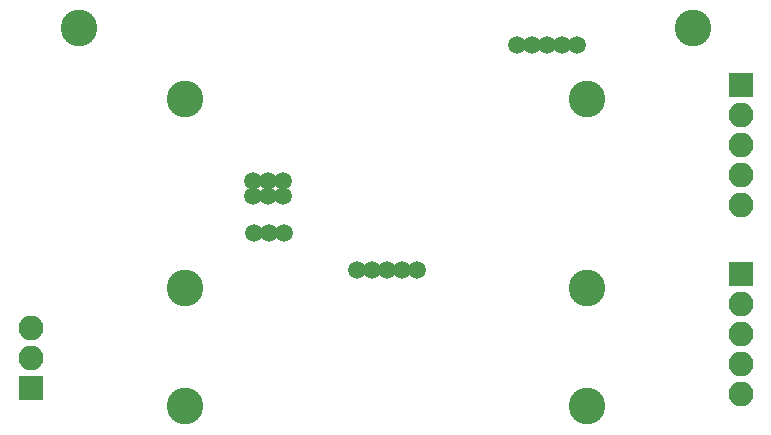
<source format=gbr>
G04 #@! TF.FileFunction,Soldermask,Bot*
%FSLAX46Y46*%
G04 Gerber Fmt 4.6, Leading zero omitted, Abs format (unit mm)*
G04 Created by KiCad (PCBNEW 4.0.7-e2-6376~61~ubuntu18.04.1) date Thu Mar  7 01:25:06 2019*
%MOMM*%
%LPD*%
G01*
G04 APERTURE LIST*
%ADD10C,0.100000*%
%ADD11C,3.100000*%
%ADD12R,2.100000X2.100000*%
%ADD13O,2.100000X2.100000*%
%ADD14C,1.500000*%
G04 APERTURE END LIST*
D10*
D11*
X176000000Y-75000000D03*
X124000000Y-75000000D03*
X167000000Y-107000000D03*
X133000000Y-107000000D03*
X167000000Y-81000000D03*
X133000000Y-97000000D03*
X167000000Y-97000000D03*
X133000000Y-81000000D03*
D12*
X119900000Y-105440000D03*
D13*
X119900000Y-102900000D03*
X119900000Y-100360000D03*
D12*
X180000000Y-95760000D03*
D13*
X180000000Y-98300000D03*
X180000000Y-100840000D03*
X180000000Y-103380000D03*
X180000000Y-105920000D03*
D12*
X180000000Y-79820000D03*
D13*
X180000000Y-82360000D03*
X180000000Y-84900000D03*
X180000000Y-87440000D03*
X180000000Y-89980000D03*
D14*
X138730000Y-87965000D03*
X138730000Y-89235000D03*
X140000000Y-87965000D03*
X140000000Y-89235000D03*
X141270000Y-87965000D03*
X141270000Y-89235000D03*
X147490000Y-95500000D03*
X148760000Y-95500000D03*
X150030000Y-95500000D03*
X151300000Y-95500000D03*
X152570000Y-95500000D03*
X166110000Y-76400000D03*
X164840000Y-76400000D03*
X163570000Y-76400000D03*
X162300000Y-76400000D03*
X161030000Y-76400000D03*
X138760000Y-92300000D03*
X140030000Y-92300000D03*
X141300000Y-92300000D03*
M02*

</source>
